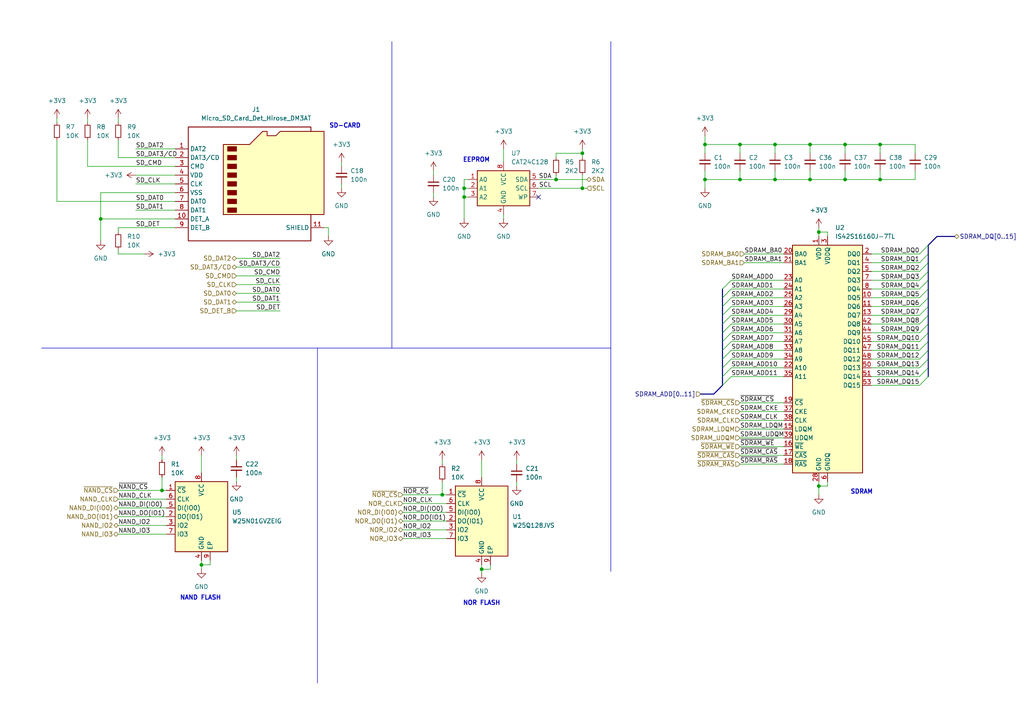
<source format=kicad_sch>
(kicad_sch (version 20231120) (generator "eeschema") (generator_version "8.0")
  (paper "A4")
  (lib_symbols
    (symbol "Connector:Micro_SD_Card_Det_Hirose_DM3AT"
      (property "Reference" "J" (at -16.51 17.78 0))
      (property "Value" "Micro_SD_Card_Det_Hirose_DM3AT" (at 16.51 17.78 0))
      (symbol "Micro_SD_Card_Det_Hirose_DM3AT_0_1"
        (rectangle (start -7.62 -6.985) (end -5.08 -8.255) (stroke (width 0.254)) (fill (type outline)))
        (rectangle (start -7.62 -4.445) (end -5.08 -5.715) (stroke (width 0.254)) (fill (type outline)))
        (rectangle (start -7.62 -1.905) (end -5.08 -3.175) (stroke (width 0.254)) (fill (type outline)))
        (rectangle (start -7.62 0.635) (end -5.08 -0.635) (stroke (width 0.254)) (fill (type outline)))
        (rectangle (start -7.62 3.175) (end -5.08 1.905) (stroke (width 0.254)) (fill (type outline)))
        (rectangle (start -7.62 5.715) (end -5.08 4.445) (stroke (width 0.254)) (fill (type outline)))
        (rectangle (start -7.62 8.255) (end -5.08 6.985) (stroke (width 0.254)) (fill (type outline)))
        (rectangle (start -7.62 10.795) (end -5.08 9.525) (stroke (width 0.254)) (fill (type outline)))
        (polyline (pts (xy 16.51 15.24) (xy 16.51 16.51) (xy -19.05 16.51) (xy -19.05 -16.51) (xy 16.51 -16.51) (xy 16.51 -8.89)) (stroke (width 0.254)))
        (polyline (pts (xy -8.89 -8.89) (xy -8.89 11.43) (xy -1.27 11.43) (xy 2.54 15.24) (xy 3.81 15.24) (xy 3.81 13.97) (xy 6.35 13.97) (xy 7.62 15.24) (xy 20.32 15.24) (xy 20.32 -8.89) (xy -8.89 -8.89)) (stroke (width 0.254)) (fill (type background)))
      )
      (symbol "Micro_SD_Card_Det_Hirose_DM3AT_1_1"
        (pin bidirectional line (at -22.86 10.16 0) (length 3.81) (name "DAT2") (number "1"))
        (pin passive line (at -22.86 -10.16 0) (length 3.81) (name "DET_A") (number "10"))
        (pin passive line (at 20.32 -12.7 180) (length 3.81) (name "SHIELD") (number "11"))
        (pin bidirectional line (at -22.86 7.62 0) (length 3.81) (name "DAT3/CD") (number "2"))
        (pin input line (at -22.86 5.08 0) (length 3.81) (name "CMD") (number "3"))
        (pin power_in line (at -22.86 2.54 0) (length 3.81) (name "VDD") (number "4"))
        (pin input line (at -22.86 0 0) (length 3.81) (name "CLK") (number "5"))
        (pin power_in line (at -22.86 -2.54 0) (length 3.81) (name "VSS") (number "6"))
        (pin bidirectional line (at -22.86 -5.08 0) (length 3.81) (name "DAT0") (number "7"))
        (pin bidirectional line (at -22.86 -7.62 0) (length 3.81) (name "DAT1") (number "8"))
        (pin passive line (at -22.86 -12.7 0) (length 3.81) (name "DET_B") (number "9"))
      )
    )
    (symbol "Device:C_Small" (pin_numbers hide) (pin_names (offset 0.254) hide)
      (property "Reference" "C" (at 0.254 1.778 0))
      (property "Value" "C_Small" (at 0.254 -2.032 0))
      (symbol "C_Small_0_1"
        (polyline (pts (xy -1.524 -0.508) (xy 1.524 -0.508)) (stroke (width 0.3302)))
        (polyline (pts (xy -1.524 0.508) (xy 1.524 0.508)) (stroke (width 0.3048)))
      )
      (symbol "C_Small_1_1"
        (pin passive line (at 0 2.54 270) (length 2.032) (name "~") (number "1"))
        (pin passive line (at 0 -2.54 90) (length 2.032) (name "~") (number "2"))
      )
    )
    (symbol "Device:R_Small" (pin_numbers hide) (pin_names (offset 0.254) hide)
      (property "Reference" "R" (at 0.762 0.508 0))
      (property "Value" "R_Small" (at 0.762 -1.016 0))
      (symbol "R_Small_0_1"
        (rectangle (start -0.762 1.778) (end 0.762 -1.778) (stroke (width 0.2032)))
      )
      (symbol "R_Small_1_1"
        (pin passive line (at 0 2.54 270) (length 0.762) (name "~") (number "1"))
        (pin passive line (at 0 -2.54 90) (length 0.762) (name "~") (number "2"))
      )
    )
    (symbol "GND_1" (power) (pin_numbers hide) (pin_names (offset 0) hide)
      (property "Value" "GND" (at 0 -3.81 0))
      (symbol "GND_1_0_1"
        (polyline (pts (xy 0 0) (xy 0 -1.27) (xy 1.27 -1.27) (xy 0 -2.54) (xy -1.27 -1.27) (xy 0 -1.27)))
      )
      (symbol "GND_1_1_1"
        (pin power_in line (at 0 0 270) (length 0) (name "~") (number "1"))
      )
    )
    (symbol "GND_2" (power) (pin_numbers hide) (pin_names (offset 0) hide)
      (property "Value" "GND" (at 0 -3.81 0))
      (symbol "GND_2_0_1"
        (polyline (pts (xy 0 0) (xy 0 -1.27) (xy 1.27 -1.27) (xy 0 -2.54) (xy -1.27 -1.27) (xy 0 -1.27)))
      )
      (symbol "GND_2_1_1"
        (pin power_in line (at 0 0 270) (length 0) (name "~") (number "1"))
      )
    )
    (symbol "GND_4" (power) (pin_numbers hide) (pin_names (offset 0) hide)
      (property "Value" "GND" (at 0 -3.81 0))
      (symbol "GND_4_0_1"
        (polyline (pts (xy 0 0) (xy 0 -1.27) (xy 1.27 -1.27) (xy 0 -2.54) (xy -1.27 -1.27) (xy 0 -1.27)))
      )
      (symbol "GND_4_1_1"
        (pin power_in line (at 0 0 270) (length 0) (name "~") (number "1"))
      )
    )
    (symbol "GND_5" (power) (pin_numbers hide) (pin_names (offset 0) hide)
      (property "Value" "GND" (at 0 -3.81 0))
      (symbol "GND_5_0_1"
        (polyline (pts (xy 0 0) (xy 0 -1.27) (xy 1.27 -1.27) (xy 0 -2.54) (xy -1.27 -1.27) (xy 0 -1.27)))
      )
      (symbol "GND_5_1_1"
        (pin power_in line (at 0 0 270) (length 0) (name "~") (number "1"))
      )
    )
    (symbol "Memory_EEPROM:CAT24C128"
      (property "Reference" "U" (at -6.35 6.35 0))
      (property "Value" "CAT24C128" (at 1.27 6.35 0))
      (symbol "CAT24C128_1_1"
        (rectangle (start -7.62 5.08) (end 7.62 -5.08) (stroke (width 0.254)) (fill (type background)))
        (pin input line (at -10.16 2.54 0) (length 2.54) (name "A0") (number "1"))
        (pin input line (at -10.16 0 0) (length 2.54) (name "A1") (number "2"))
        (pin input line (at -10.16 -2.54 0) (length 2.54) (name "A2") (number "3"))
        (pin power_in line (at 0 -7.62 90) (length 2.54) (name "GND") (number "4"))
        (pin bidirectional line (at 10.16 2.54 180) (length 2.54) (name "SDA") (number "5"))
        (pin input line (at 10.16 0 180) (length 2.54) (name "SCL") (number "6"))
        (pin input line (at 10.16 -2.54 180) (length 2.54) (name "WP") (number "7"))
        (pin power_in line (at 0 7.62 270) (length 2.54) (name "VCC") (number "8"))
      )
    )
    (symbol "Memory_Flash:W25Q32JVZP"
      (property "Reference" "U" (at -6.35 11.43 0))
      (property "Value" "W25Q32JVZP" (at 7.62 11.43 0))
      (symbol "W25Q32JVZP_0_1"
        (rectangle (start -7.62 10.16) (end 7.62 -10.16) (stroke (width 0.254)) (fill (type background)))
      )
      (symbol "W25Q32JVZP_1_1"
        (pin input line (at -10.16 7.62 0) (length 2.54) (name "~{CS}") (number "1"))
        (pin bidirectional line (at -10.16 0 0) (length 2.54) (name "DO(IO1)") (number "2"))
        (pin bidirectional line (at -10.16 -2.54 0) (length 2.54) (name "IO2") (number "3"))
        (pin power_in line (at 0 -12.7 90) (length 2.54) (name "GND") (number "4"))
        (pin bidirectional line (at -10.16 2.54 0) (length 2.54) (name "DI(IO0)") (number "5"))
        (pin input line (at -10.16 5.08 0) (length 2.54) (name "CLK") (number "6"))
        (pin bidirectional line (at -10.16 -5.08 0) (length 2.54) (name "IO3") (number "7"))
        (pin power_in line (at 0 12.7 270) (length 2.54) (name "VCC") (number "8"))
        (pin passive line (at 2.54 -12.7 90) (length 2.54) (name "EP") (number "9"))
      )
    )
    (symbol "Memory_RAM:IS42S16400J-xC"
      (property "Reference" "U" (at -8.89 34.29 0))
      (property "Value" "IS42S16400J-xC" (at 8.89 34.29 0))
      (symbol "IS42S16400J-xC_1_1"
        (rectangle (start -10.16 33.02) (end 10.16 -33.02) (stroke (width 0.254)) (fill (type background)))
        (pin power_in line (at -2.54 35.56 270) (length 2.54) (name "VDD") (number "1"))
        (pin bidirectional line (at 12.7 17.78 180) (length 2.54) (name "DQ5") (number "10"))
        (pin bidirectional line (at 12.7 15.24 180) (length 2.54) (name "DQ6") (number "11"))
        (pin passive line (at 0 -35.56 90) (length 2.54) hide (name "GNDQ") (number "12"))
        (pin bidirectional line (at 12.7 12.7 180) (length 2.54) (name "DQ7") (number "13"))
        (pin passive line (at -2.54 35.56 270) (length 2.54) hide (name "VDD") (number "14"))
        (pin input line (at -12.7 -20.32 0) (length 2.54) (name "LDQM") (number "15"))
        (pin input line (at -12.7 -25.4 0) (length 2.54) (name "~{WE}") (number "16"))
        (pin input line (at -12.7 -27.94 0) (length 2.54) (name "~{CAS}") (number "17"))
        (pin input line (at -12.7 -30.48 0) (length 2.54) (name "~{RAS}") (number "18"))
        (pin input line (at -12.7 -12.7 0) (length 2.54) (name "~{CS}") (number "19"))
        (pin bidirectional line (at 12.7 30.48 180) (length 2.54) (name "DQ0") (number "2"))
        (pin input line (at -12.7 30.48 0) (length 2.54) (name "BA0") (number "20"))
        (pin input line (at -12.7 27.94 0) (length 2.54) (name "BA1") (number "21"))
        (pin input line (at -12.7 -2.54 0) (length 2.54) (name "A10") (number "22"))
        (pin input line (at -12.7 22.86 0) (length 2.54) (name "A0") (number "23"))
        (pin input line (at -12.7 20.32 0) (length 2.54) (name "A1") (number "24"))
        (pin input line (at -12.7 17.78 0) (length 2.54) (name "A2") (number "25"))
        (pin input line (at -12.7 15.24 0) (length 2.54) (name "A3") (number "26"))
        (pin passive line (at -2.54 35.56 270) (length 2.54) hide (name "VDD") (number "27"))
        (pin power_in line (at -2.54 -35.56 90) (length 2.54) (name "GND") (number "28"))
        (pin input line (at -12.7 12.7 0) (length 2.54) (name "A4") (number "29"))
        (pin power_in line (at 0 35.56 270) (length 2.54) (name "VDDQ") (number "3"))
        (pin input line (at -12.7 10.16 0) (length 2.54) (name "A5") (number "30"))
        (pin input line (at -12.7 7.62 0) (length 2.54) (name "A6") (number "31"))
        (pin input line (at -12.7 5.08 0) (length 2.54) (name "A7") (number "32"))
        (pin input line (at -12.7 2.54 0) (length 2.54) (name "A8") (number "33"))
        (pin input line (at -12.7 0 0) (length 2.54) (name "A9") (number "34"))
        (pin input line (at -12.7 -5.08 0) (length 2.54) (name "A11") (number "35"))
        (pin no_connect line (at 10.16 -17.78 180) (length 2.54) hide (name "NC") (number "36"))
        (pin input line (at -12.7 -15.24 0) (length 2.54) (name "CKE") (number "37"))
        (pin input line (at -12.7 -17.78 0) (length 2.54) (name "CLK") (number "38"))
        (pin input line (at -12.7 -22.86 0) (length 2.54) (name "UDQM") (number "39"))
        (pin bidirectional line (at 12.7 27.94 180) (length 2.54) (name "DQ1") (number "4"))
        (pin no_connect line (at 10.16 -20.32 180) (length 2.54) hide (name "NC") (number "40"))
        (pin passive line (at -2.54 -35.56 90) (length 2.54) hide (name "GND") (number "41"))
        (pin bidirectional line (at 12.7 10.16 180) (length 2.54) (name "DQ8") (number "42"))
        (pin passive line (at 0 35.56 270) (length 2.54) hide (name "VDDQ") (number "43"))
        (pin bidirectional line (at 12.7 7.62 180) (length 2.54) (name "DQ9") (number "44"))
        (pin bidirectional line (at 12.7 5.08 180) (length 2.54) (name "DQ10") (number "45"))
        (pin passive line (at 0 -35.56 90) (length 2.54) hide (name "GNDQ") (number "46"))
        (pin bidirectional line (at 12.7 2.54 180) (length 2.54) (name "DQ11") (number "47"))
        (pin bidirectional line (at 12.7 0 180) (length 2.54) (name "DQ12") (number "48"))
        (pin passive line (at 0 35.56 270) (length 2.54) hide (name "VDDQ") (number "49"))
        (pin bidirectional line (at 12.7 25.4 180) (length 2.54) (name "DQ2") (number "5"))
        (pin bidirectional line (at 12.7 -2.54 180) (length 2.54) (name "DQ13") (number "50"))
        (pin bidirectional line (at 12.7 -5.08 180) (length 2.54) (name "DQ14") (number "51"))
        (pin passive line (at 0 -35.56 90) (length 2.54) hide (name "GNDQ") (number "52"))
        (pin bidirectional line (at 12.7 -7.62 180) (length 2.54) (name "DQ15") (number "53"))
        (pin passive line (at -2.54 -35.56 90) (length 2.54) hide (name "GND") (number "54"))
        (pin power_in line (at 0 -35.56 90) (length 2.54) (name "GNDQ") (number "6"))
        (pin bidirectional line (at 12.7 22.86 180) (length 2.54) (name "DQ3") (number "7"))
        (pin bidirectional line (at 12.7 20.32 180) (length 2.54) (name "DQ4") (number "8"))
        (pin passive line (at 0 35.56 270) (length 2.54) hide (name "VDDQ") (number "9"))
      )
    )
    (symbol "power:+3V3" (power) (pin_names (offset 0))
      (property "Value" "+3V3" (at 0 3.556 0))
      (symbol "+3V3_0_1"
        (polyline (pts (xy -0.762 1.27) (xy 0 2.54)))
        (polyline (pts (xy 0 0) (xy 0 2.54)))
        (polyline (pts (xy 0 2.54) (xy 0.762 1.27)))
      )
      (symbol "+3V3_1_1"
        (pin power_in line (at 0 0 90) (length 0) hide (name "+3V3") (number "1"))
      )
    )
    (symbol "power:GND" (power) (pin_names (offset 0))
      (property "Value" "GND" (at 0 -3.81 0))
      (symbol "GND_0_1"
        (polyline (pts (xy 0 0) (xy 0 -1.27) (xy 1.27 -1.27) (xy 0 -2.54) (xy -1.27 -1.27) (xy 0 -1.27)))
      )
      (symbol "GND_1_1"
        (pin power_in line (at 0 0 270) (length 0) hide (name "GND") (number "1"))
      )
    )
  )
  (junction (at 58.42 163.83))
  (junction (at 168.91 54.61))
  (junction (at 255.27 52.07))
  (junction (at 234.95 52.07))
  (junction (at 214.63 52.07))
  (junction (at 237.49 67.31))
  (junction (at 245.11 52.07))
  (junction (at 139.7 165.1))
  (junction (at 46.99 142.24))
  (junction (at 214.63 41.91))
  (junction (at 134.62 57.15))
  (junction (at 224.79 52.07))
  (junction (at 134.62 54.61))
  (junction (at 204.47 41.91))
  (junction (at 168.91 44.45))
  (junction (at 255.27 41.91))
  (junction (at 204.47 52.07))
  (junction (at 237.49 140.97))
  (junction (at 161.29 52.07))
  (junction (at 128.27 143.51))
  (junction (at 234.95 41.91))
  (junction (at 245.11 41.91))
  (junction (at 29.21 63.5))
  (junction (at 224.79 41.91))
  (no_connect (at 156.21 57.15))
  (bus_entry (at 209.55 83.82) (size 2.54 -2.54))
  (bus_entry (at 209.55 109.22) (size 2.54 -2.54))
  (bus_entry (at 266.7 101.6) (size 2.54 -2.54))
  (bus_entry (at 209.55 88.9) (size 2.54 -2.54))
  (bus_entry (at 209.55 99.06) (size 2.54 -2.54))
  (bus_entry (at 209.55 93.98) (size 2.54 -2.54))
  (bus_entry (at 266.7 76.2) (size 2.54 -2.54))
  (bus_entry (at 266.7 111.76) (size 2.54 -2.54))
  (bus_entry (at 266.7 78.74) (size 2.54 -2.54))
  (bus_entry (at 266.7 91.44) (size 2.54 -2.54))
  (bus_entry (at 266.7 109.22) (size 2.54 -2.54))
  (bus_entry (at 209.55 104.14) (size 2.54 -2.54))
  (bus_entry (at 209.55 106.68) (size 2.54 -2.54))
  (bus_entry (at 209.55 96.52) (size 2.54 -2.54))
  (bus_entry (at 209.55 91.44) (size 2.54 -2.54))
  (bus_entry (at 266.7 99.06) (size 2.54 -2.54))
  (bus_entry (at 266.7 93.98) (size 2.54 -2.54))
  (bus_entry (at 209.55 111.76) (size 2.54 -2.54))
  (bus_entry (at 209.55 86.36) (size 2.54 -2.54))
  (bus_entry (at 266.7 96.52) (size 2.54 -2.54))
  (bus_entry (at 266.7 104.14) (size 2.54 -2.54))
  (bus_entry (at 209.55 101.6) (size 2.54 -2.54))
  (bus_entry (at 266.7 81.28) (size 2.54 -2.54))
  (bus_entry (at 266.7 86.36) (size 2.54 -2.54))
  (bus_entry (at 266.7 106.68) (size 2.54 -2.54))
  (bus_entry (at 266.7 88.9) (size 2.54 -2.54))
  (bus_entry (at 266.7 73.66) (size 2.54 -2.54))
  (bus_entry (at 266.7 83.82) (size 2.54 -2.54))
  (bus (pts (xy 209.55 91.44) (xy 209.55 88.9)))
  (wire (pts (xy 39.37 50.8) (xy 50.8 50.8)))
  (wire (pts (xy 116.84 153.67) (xy 129.54 153.67)))
  (wire (pts (xy 234.95 41.91) (xy 245.11 41.91)))
  (wire (pts (xy 204.47 49.53) (xy 204.47 52.07)))
  (wire (pts (xy 204.47 41.91) (xy 214.63 41.91)))
  (bus (pts (xy 269.24 109.22) (xy 269.24 106.68)))
  (wire (pts (xy 46.99 138.43) (xy 46.99 142.24)))
  (bus (pts (xy 209.55 99.06) (xy 209.55 96.52)))
  (wire (pts (xy 34.29 147.32) (xy 48.26 147.32)))
  (wire (pts (xy 240.03 67.31) (xy 237.49 67.31)))
  (wire (pts (xy 34.29 45.72) (xy 50.8 45.72)))
  (wire (pts (xy 60.96 162.56) (xy 60.96 163.83)))
  (bus (pts (xy 209.55 111.76) (xy 209.55 109.22)))
  (wire (pts (xy 237.49 67.31) (xy 237.49 68.58)))
  (wire (pts (xy 245.11 52.07) (xy 255.27 52.07)))
  (bus (pts (xy 269.24 86.36) (xy 269.24 83.82)))
  (wire (pts (xy 255.27 41.91) (xy 265.43 41.91)))
  (bus (pts (xy 209.55 88.9) (xy 209.55 86.36)))
  (wire (pts (xy 34.29 142.24) (xy 46.99 142.24)))
  (bus (pts (xy 269.24 76.2) (xy 269.24 73.66)))
  (wire (pts (xy 128.27 143.51) (xy 129.54 143.51)))
  (wire (pts (xy 212.09 83.82) (xy 227.33 83.82)))
  (polyline (pts (xy 12.065 100.965) (xy 177.165 100.965)))
  (wire (pts (xy 156.21 52.07) (xy 161.29 52.07)))
  (wire (pts (xy 58.42 163.83) (xy 58.42 162.56)))
  (bus (pts (xy 209.55 104.14) (xy 209.55 101.6)))
  (wire (pts (xy 234.95 49.53) (xy 234.95 52.07)))
  (wire (pts (xy 39.37 43.18) (xy 50.8 43.18)))
  (wire (pts (xy 168.91 54.61) (xy 170.18 54.61)))
  (wire (pts (xy 212.09 104.14) (xy 227.33 104.14)))
  (wire (pts (xy 34.29 73.66) (xy 34.29 72.39)))
  (wire (pts (xy 58.42 132.08) (xy 58.42 137.16)))
  (wire (pts (xy 81.28 74.93) (xy 68.58 74.93)))
  (polyline (pts (xy 113.665 12.065) (xy 113.665 100.965)))
  (wire (pts (xy 146.05 63.5) (xy 146.05 62.23)))
  (wire (pts (xy 234.95 52.07) (xy 245.11 52.07)))
  (polyline (pts (xy 92.075 100.965) (xy 92.075 198.12)))
  (wire (pts (xy 214.63 116.84) (xy 227.33 116.84)))
  (wire (pts (xy 214.63 119.38) (xy 227.33 119.38)))
  (wire (pts (xy 255.27 49.53) (xy 255.27 52.07)))
  (wire (pts (xy 29.21 55.88) (xy 50.8 55.88)))
  (wire (pts (xy 240.03 68.58) (xy 240.03 67.31)))
  (bus (pts (xy 269.24 71.12) (xy 271.78 68.58)))
  (wire (pts (xy 25.4 40.64) (xy 25.4 48.26)))
  (wire (pts (xy 60.96 163.83) (xy 58.42 163.83)))
  (wire (pts (xy 252.73 78.74) (xy 266.7 78.74)))
  (wire (pts (xy 125.73 55.88) (xy 125.73 57.15)))
  (wire (pts (xy 161.29 45.72) (xy 161.29 44.45)))
  (wire (pts (xy 245.11 49.53) (xy 245.11 52.07)))
  (wire (pts (xy 58.42 165.1) (xy 58.42 163.83)))
  (wire (pts (xy 68.58 138.43) (xy 68.58 139.7)))
  (wire (pts (xy 215.9 73.66) (xy 227.33 73.66)))
  (wire (pts (xy 255.27 41.91) (xy 255.27 44.45)))
  (wire (pts (xy 245.11 41.91) (xy 245.11 44.45)))
  (wire (pts (xy 116.84 156.21) (xy 129.54 156.21)))
  (wire (pts (xy 81.28 82.55) (xy 68.58 82.55)))
  (bus (pts (xy 271.78 68.58) (xy 276.86 68.58)))
  (wire (pts (xy 16.51 58.42) (xy 50.8 58.42)))
  (wire (pts (xy 161.29 52.07) (xy 161.29 50.8)))
  (bus (pts (xy 209.55 106.68) (xy 209.55 104.14)))
  (wire (pts (xy 212.09 99.06) (xy 227.33 99.06)))
  (wire (pts (xy 212.09 91.44) (xy 227.33 91.44)))
  (wire (pts (xy 204.47 39.37) (xy 204.47 41.91)))
  (wire (pts (xy 134.62 57.15) (xy 134.62 54.61)))
  (wire (pts (xy 146.05 43.18) (xy 146.05 46.99)))
  (wire (pts (xy 134.62 54.61) (xy 134.62 52.07)))
  (wire (pts (xy 224.79 49.53) (xy 224.79 52.07)))
  (wire (pts (xy 214.63 41.91) (xy 224.79 41.91)))
  (wire (pts (xy 214.63 129.54) (xy 227.33 129.54)))
  (wire (pts (xy 125.73 49.53) (xy 125.73 50.8)))
  (wire (pts (xy 116.84 148.59) (xy 129.54 148.59)))
  (wire (pts (xy 134.62 52.07) (xy 135.89 52.07)))
  (wire (pts (xy 116.84 146.05) (xy 129.54 146.05)))
  (bus (pts (xy 269.24 93.98) (xy 269.24 91.44)))
  (wire (pts (xy 29.21 55.88) (xy 29.21 63.5)))
  (wire (pts (xy 212.09 86.36) (xy 227.33 86.36)))
  (wire (pts (xy 204.47 52.07) (xy 204.47 54.61)))
  (wire (pts (xy 252.73 93.98) (xy 266.7 93.98)))
  (wire (pts (xy 29.21 63.5) (xy 50.8 63.5)))
  (wire (pts (xy 93.98 66.04) (xy 95.25 66.04)))
  (wire (pts (xy 81.28 80.01) (xy 68.58 80.01)))
  (bus (pts (xy 209.55 101.6) (xy 209.55 99.06)))
  (wire (pts (xy 214.63 41.91) (xy 214.63 44.45)))
  (wire (pts (xy 252.73 88.9) (xy 266.7 88.9)))
  (wire (pts (xy 34.29 149.86) (xy 48.26 149.86)))
  (wire (pts (xy 34.29 40.64) (xy 34.29 45.72)))
  (wire (pts (xy 252.73 104.14) (xy 266.7 104.14)))
  (wire (pts (xy 68.58 132.08) (xy 68.58 133.35)))
  (wire (pts (xy 265.43 49.53) (xy 265.43 52.07)))
  (wire (pts (xy 204.47 41.91) (xy 204.47 44.45)))
  (wire (pts (xy 128.27 133.35) (xy 128.27 134.62)))
  (bus (pts (xy 209.55 109.22) (xy 209.55 106.68)))
  (wire (pts (xy 25.4 34.29) (xy 25.4 35.56)))
  (wire (pts (xy 139.7 165.1) (xy 139.7 163.83)))
  (wire (pts (xy 224.79 52.07) (xy 234.95 52.07)))
  (wire (pts (xy 116.84 143.51) (xy 128.27 143.51)))
  (wire (pts (xy 212.09 106.68) (xy 227.33 106.68)))
  (wire (pts (xy 252.73 99.06) (xy 266.7 99.06)))
  (wire (pts (xy 134.62 57.15) (xy 135.89 57.15)))
  (wire (pts (xy 237.49 140.97) (xy 237.49 139.7)))
  (wire (pts (xy 204.47 52.07) (xy 214.63 52.07)))
  (wire (pts (xy 161.29 52.07) (xy 170.18 52.07)))
  (bus (pts (xy 269.24 73.66) (xy 269.24 71.12)))
  (wire (pts (xy 237.49 143.51) (xy 237.49 140.97)))
  (wire (pts (xy 265.43 41.91) (xy 265.43 44.45)))
  (wire (pts (xy 240.03 139.7) (xy 240.03 140.97)))
  (wire (pts (xy 46.99 142.24) (xy 48.26 142.24)))
  (wire (pts (xy 34.29 66.04) (xy 50.8 66.04)))
  (wire (pts (xy 214.63 132.08) (xy 227.33 132.08)))
  (bus (pts (xy 269.24 78.74) (xy 269.24 76.2)))
  (wire (pts (xy 81.28 85.09) (xy 68.58 85.09)))
  (bus (pts (xy 269.24 106.68) (xy 269.24 104.14)))
  (wire (pts (xy 252.73 111.76) (xy 266.7 111.76)))
  (wire (pts (xy 252.73 96.52) (xy 266.7 96.52)))
  (wire (pts (xy 168.91 43.18) (xy 168.91 44.45)))
  (bus (pts (xy 269.24 96.52) (xy 269.24 93.98)))
  (wire (pts (xy 224.79 41.91) (xy 234.95 41.91)))
  (wire (pts (xy 34.29 152.4) (xy 48.26 152.4)))
  (wire (pts (xy 161.29 44.45) (xy 168.91 44.45)))
  (wire (pts (xy 81.28 90.17) (xy 68.58 90.17)))
  (wire (pts (xy 234.95 41.91) (xy 234.95 44.45)))
  (wire (pts (xy 81.28 87.63) (xy 68.58 87.63)))
  (wire (pts (xy 128.27 139.7) (xy 128.27 143.51)))
  (wire (pts (xy 99.06 46.99) (xy 99.06 48.26)))
  (bus (pts (xy 209.55 86.36) (xy 209.55 83.82)))
  (bus (pts (xy 269.24 88.9) (xy 269.24 86.36)))
  (wire (pts (xy 16.51 40.64) (xy 16.51 58.42)))
  (wire (pts (xy 214.63 52.07) (xy 224.79 52.07)))
  (wire (pts (xy 149.86 133.35) (xy 149.86 134.62)))
  (wire (pts (xy 34.29 34.29) (xy 34.29 35.56)))
  (wire (pts (xy 134.62 54.61) (xy 135.89 54.61)))
  (wire (pts (xy 134.62 63.5) (xy 134.62 57.15)))
  (wire (pts (xy 252.73 73.66) (xy 266.7 73.66)))
  (wire (pts (xy 34.29 67.31) (xy 34.29 66.04)))
  (wire (pts (xy 39.37 53.34) (xy 50.8 53.34)))
  (bus (pts (xy 269.24 101.6) (xy 269.24 99.06)))
  (wire (pts (xy 214.63 49.53) (xy 214.63 52.07)))
  (bus (pts (xy 209.55 93.98) (xy 209.55 91.44)))
  (bus (pts (xy 269.24 91.44) (xy 269.24 88.9)))
  (wire (pts (xy 212.09 101.6) (xy 227.33 101.6)))
  (wire (pts (xy 212.09 109.22) (xy 227.33 109.22)))
  (wire (pts (xy 46.99 132.08) (xy 46.99 133.35)))
  (wire (pts (xy 212.09 96.52) (xy 227.33 96.52)))
  (wire (pts (xy 142.24 165.1) (xy 139.7 165.1)))
  (wire (pts (xy 252.73 91.44) (xy 266.7 91.44)))
  (wire (pts (xy 81.28 77.47) (xy 68.58 77.47)))
  (wire (pts (xy 255.27 52.07) (xy 265.43 52.07)))
  (wire (pts (xy 212.09 93.98) (xy 227.33 93.98)))
  (wire (pts (xy 215.9 76.2) (xy 227.33 76.2)))
  (wire (pts (xy 252.73 86.36) (xy 266.7 86.36)))
  (polyline (pts (xy 177.165 12.065) (xy 177.165 165.735)))
  (wire (pts (xy 252.73 109.22) (xy 266.7 109.22)))
  (bus (pts (xy 209.55 96.52) (xy 209.55 93.98)))
  (wire (pts (xy 212.09 88.9) (xy 227.33 88.9)))
  (wire (pts (xy 25.4 48.26) (xy 50.8 48.26)))
  (bus (pts (xy 269.24 104.14) (xy 269.24 101.6)))
  (wire (pts (xy 142.24 163.83) (xy 142.24 165.1)))
  (wire (pts (xy 212.09 81.28) (xy 227.33 81.28)))
  (wire (pts (xy 41.91 73.66) (xy 34.29 73.66)))
  (wire (pts (xy 139.7 166.37) (xy 139.7 165.1)))
  (wire (pts (xy 34.29 154.94) (xy 48.26 154.94)))
  (wire (pts (xy 39.37 60.96) (xy 50.8 60.96)))
  (wire (pts (xy 252.73 76.2) (xy 266.7 76.2)))
  (wire (pts (xy 139.7 133.35) (xy 139.7 138.43)))
  (wire (pts (xy 214.63 121.92) (xy 227.33 121.92)))
  (wire (pts (xy 237.49 66.04) (xy 237.49 67.31)))
  (bus (pts (xy 269.24 83.82) (xy 269.24 81.28)))
  (wire (pts (xy 16.51 34.29) (xy 16.51 35.56)))
  (wire (pts (xy 149.86 139.7) (xy 149.86 140.97)))
  (wire (pts (xy 252.73 83.82) (xy 266.7 83.82)))
  (wire (pts (xy 168.91 54.61) (xy 168.91 50.8)))
  (bus (pts (xy 203.2 114.3) (xy 207.01 114.3)))
  (wire (pts (xy 224.79 41.91) (xy 224.79 44.45)))
  (wire (pts (xy 116.84 151.13) (xy 129.54 151.13)))
  (wire (pts (xy 214.63 127) (xy 227.33 127)))
  (wire (pts (xy 156.21 54.61) (xy 168.91 54.61)))
  (wire (pts (xy 240.03 140.97) (xy 237.49 140.97)))
  (wire (pts (xy 168.91 44.45) (xy 168.91 45.72)))
  (wire (pts (xy 95.25 66.04) (xy 95.25 68.58)))
  (wire (pts (xy 214.63 134.62) (xy 227.33 134.62)))
  (wire (pts (xy 34.29 144.78) (xy 48.26 144.78)))
  (wire (pts (xy 214.63 124.46) (xy 227.33 124.46)))
  (wire (pts (xy 29.21 69.85) (xy 29.21 63.5)))
  (bus (pts (xy 269.24 81.28) (xy 269.24 78.74)))
  (wire (pts (xy 245.11 41.91) (xy 255.27 41.91)))
  (wire (pts (xy 99.06 53.34) (xy 99.06 54.61)))
  (wire (pts (xy 252.73 101.6) (xy 266.7 101.6)))
  (wire (pts (xy 252.73 106.68) (xy 266.7 106.68)))
  (bus (pts (xy 269.24 99.06) (xy 269.24 96.52)))
  (bus (pts (xy 209.55 111.76) (xy 207.01 114.3)))
  (wire (pts (xy 252.73 81.28) (xy 266.7 81.28)))
  (text "NOR FLASH" (at 139.7 175.006 0) (effects (font (size 1.27 1.27) (thickness 0.254) (bold yes))))
  (text "SD-CARD" (at 100.076 36.576 0) (effects (font (size 1.27 1.27) (thickness 0.254) (bold yes))))
  (text "SDRAM" (at 249.936 142.748 0) (effects (font (size 1.27 1.27) (thickness 0.254) (bold yes))))
  (text "EEPROM" (at 138.176 46.482 0) (effects (font (size 1.27 1.27) (thickness 0.254) (bold yes))))
  (text "NAND FLASH" (at 58.166 173.482 0) (effects (font (size 1.27 1.27) (thickness 0.254) (bold yes))))
  (label "SDRAM_DQ7" (at 266.7 91.44 180))
  (label "NAND_CLK" (at 34.29 144.78 0))
  (label "NAND_IO2" (at 34.29 152.4 0))
  (label "SDRAM_UDQM" (at 214.63 127 0))
  (label "SDRAM_DQ0" (at 266.7 73.66 180))
  (label "NOR_CLK" (at 116.84 146.05 0))
  (label "SDRAM_ADD1" (at 212.09 83.82 0))
  (label "SD_DAT0" (at 81.28 85.09 180))
  (label "SDRAM_DQ12" (at 266.7 104.14 180))
  (label "NAND_DI(IO0)" (at 34.29 147.32 0))
  (label "SD_CLK" (at 39.37 53.34 0))
  (label "SDRAM_DQ3" (at 266.7 81.28 180))
  (label "SDRAM_ADD5" (at 212.09 93.98 0))
  (label "SDA" (at 160.02 52.07 180))
  (label "SDRAM_ADD2" (at 212.09 86.36 0))
  (label "NAND_DO(IO1)" (at 34.29 149.86 0))
  (label "SDRAM_DQ4" (at 266.7 83.82 180))
  (label "SDRAM_ADD8" (at 212.09 101.6 0))
  (label "SD_CMD" (at 39.37 48.26 0))
  (label "SCL" (at 160.02 54.61 180))
  (label "SD_CLK" (at 81.28 82.55 180))
  (label "SDRAM_ADD7" (at 212.09 99.06 0))
  (label "SDRAM_DQ13" (at 266.7 106.68 180))
  (label "SDRAM_DQ14" (at 266.7 109.22 180))
  (label "~{NAND_CS}" (at 34.29 142.24 0))
  (label "SDRAM_ADD6" (at 212.09 96.52 0))
  (label "NOR_DI(IO0)" (at 116.84 148.59 0))
  (label "SDRAM_CKE" (at 214.63 119.38 0))
  (label "NAND_IO3" (at 34.29 154.94 0))
  (label "SDRAM_DQ5" (at 266.7 86.36 180))
  (label "SDRAM_DQ9" (at 266.7 96.52 180))
  (label "NOR_DO(IO1)" (at 116.84 151.13 0))
  (label "SD_DET" (at 81.28 90.17 180))
  (label "~{NOR_CS}" (at 116.84 143.51 0))
  (label "SDRAM_ADD3" (at 212.09 88.9 0))
  (label "SD_CMD" (at 81.28 80.01 180))
  (label "SDRAM_DQ8" (at 266.7 93.98 180))
  (label "SD_DAT0" (at 39.37 58.42 0))
  (label "SDRAM_ADD0" (at 212.09 81.28 0))
  (label "SD_DAT1" (at 81.28 87.63 180))
  (label "SD_DAT2" (at 81.28 74.93 180))
  (label "SDRAM_BA0" (at 215.9 73.66 0))
  (label "NOR_IO3" (at 116.84 156.21 0))
  (label "SDRAM_DQ10" (at 266.7 99.06 180))
  (label "~{SDRAM_CS}" (at 214.63 116.84 0))
  (label "SDRAM_DQ11" (at 266.7 101.6 180))
  (label "SDRAM_DQ6" (at 266.7 88.9 180))
  (label "SDRAM_DQ1" (at 266.7 76.2 180))
  (label "SDRAM_LDQM" (at 214.63 124.46 0))
  (label "SDRAM_CLK" (at 214.63 121.92 0))
  (label "SD_DAT1" (at 39.37 60.96 0))
  (label "SD_DET" (at 39.37 66.04 0))
  (label "~{SDRAM_RAS}" (at 214.63 134.62 0))
  (label "SDRAM_ADD9" (at 212.09 104.14 0))
  (label "SD_DAT3{slash}CD" (at 39.37 45.72 0))
  (label "~{SDRAM_WE}" (at 214.63 129.54 0))
  (label "~{SDRAM_CAS}" (at 214.63 132.08 0))
  (label "SD_DAT2" (at 39.37 43.18 0))
  (label "SDRAM_ADD4" (at 212.09 91.44 0))
  (label "SDRAM_ADD11" (at 212.09 109.22 0))
  (label "SDRAM_BA1" (at 215.9 76.2 0))
  (label "SDRAM_DQ15" (at 266.7 111.76 180))
  (label "SDRAM_DQ2" (at 266.7 78.74 180))
  (label "SD_DAT3{slash}CD" (at 81.28 77.47 180))
  (label "SDRAM_ADD10" (at 212.09 106.68 0))
  (label "NOR_IO2" (at 116.84 153.67 0))
  (hierarchical_label "NAND_DI(IO0)" (shape bidirectional) (at 34.29 147.32 180))
  (hierarchical_label "SDRAM_DQ[0..15]" (shape bidirectional) (at 276.86 68.58 0))
  (hierarchical_label "SDRAM_CLK" (shape input) (at 214.63 121.92 180))
  (hierarchical_label "NOR_IO2" (shape bidirectional) (at 116.84 153.67 180))
  (hierarchical_label "~{SDRAM_RAS}" (shape input) (at 214.63 134.62 180))
  (hierarchical_label "SDRAM_CKE" (shape input) (at 214.63 119.38 180))
  (hierarchical_label "NAND_IO2" (shape bidirectional) (at 34.29 152.4 180))
  (hierarchical_label "SD_CLK" (shape input) (at 68.58 82.55 180))
  (hierarchical_label "SDRAM_BA0" (shape input) (at 215.9 73.66 180))
  (hierarchical_label "~{SDRAM_WE}" (shape input) (at 214.63 129.54 180))
  (hierarchical_label "SDA" (shape bidirectional) (at 170.18 52.07 0))
  (hierarchical_label "SD_DET_B" (shape input) (at 68.58 90.17 180))
  (hierarchical_label "~{SDRAM_CS}" (shape input) (at 214.63 116.84 180))
  (hierarchical_label "SD_DAT2" (shape bidirectional) (at 68.58 74.93 180))
  (hierarchical_label "NOR_DI(IO0)" (shape bidirectional) (at 116.84 148.59 180))
  (hierarchical_label "SD_CMD" (shape input) (at 68.58 80.01 180))
  (hierarchical_label "NAND_DO(IO1)" (shape bidirectional) (at 34.29 149.86 180))
  (hierarchical_label "NAND_CLK" (shape input) (at 34.29 144.78 180))
  (hierarchical_label "NOR_IO3" (shape bidirectional) (at 116.84 156.21 180))
  (hierarchical_label "NAND_IO3" (shape bidirectional) (at 34.29 154.94 180))
  (hierarchical_label "SDRAM_BA1" (shape input) (at 215.9 76.2 180))
  (hierarchical_label "SD_DAT0" (shape bidirectional) (at 68.58 85.09 180))
  (hierarchical_label "NOR_CLK" (shape input) (at 116.84 146.05 180))
  (hierarchical_label "~{SDRAM_CAS}" (shape input) (at 214.63 132.08 180))
  (hierarchical_label "~{NAND_CS}" (shape input) (at 34.29 142.24 180))
  (hierarchical_label "SD_DAT1" (shape bidirectional) (at 68.58 87.63 180))
  (hierarchical_label "SCL" (shape input) (at 170.18 54.61 0))
  (hierarchical_label "SDRAM_LDQM" (shape input) (at 214.63 124.46 180))
  (hierarchical_label "NOR_DO(IO1)" (shape bidirectional) (at 116.84 151.13 180))
  (hierarchical_label "~{NOR_CS}" (shape input) (at 116.84 143.51 180))
  (hierarchical_label "SDRAM_ADD[0..11]" (shape input) (at 203.2 114.3 180))
  (hierarchical_label "SD_DAT3{slash}CD" (shape bidirectional) (at 68.58 77.47 180))
  (hierarchical_label "SDRAM_UDQM" (shape input) (at 214.63 127 180))
  (symbol (lib_id "power:+3V3") (at 46.99 132.08 0) (unit 1)
    (property "Reference" "#PWR06" (effects (hide yes)))
    (property "Value" "+3V3" (at 46.99 127 0))
    (property "Description" "Power symbol creates a global label with name \"+3V3\"" (effects (hide yes)))
  )
  (symbol (lib_id "Device:C_Small") (at 224.79 46.99 0) (unit 1)
    (property "Reference" "C3" (at 227.33 45.7263 0) (effects (justify left)))
    (property "Value" "100n" (at 227.33 48.2663 0) (effects (justify left)))
    (property "Footprint" "Capacitor_SMD:C_0402_1005Metric" (effects (hide yes)))
  )
  (symbol (lib_id "Device:C_Small") (at 265.43 46.99 0) (unit 1)
    (property "Reference" "C29" (at 267.97 45.7263 0) (effects (justify left)))
    (property "Value" "100n" (at 267.97 48.2663 0) (effects (justify left)))
    (property "Footprint" "Capacitor_SMD:C_0402_1005Metric" (effects (hide yes)))
  )
  (symbol (lib_name "GND_1") (lib_id "power:GND") (at 237.49 143.51 0) (unit 1)
    (property "Reference" "#PWR05" (effects (hide yes)))
    (property "Value" "GND" (at 237.49 148.59 0))
    (property "Description" "Power symbol creates a global label with name \"GND\" , ground" (effects (hide yes)))
  )
  (symbol (lib_id "power:+3V3") (at 39.37 50.8 90) (unit 1)
    (property "Reference" "#PWR049" (effects (hide yes)))
    (property "Value" "+3V3" (at 35.56 50.7999 90) (effects (justify left)))
    (property "Description" "Power symbol creates a global label with name \"+3V3\"" (effects (hide yes)))
  )
  (symbol (lib_id "Memory_EEPROM:CAT24C128") (at 146.05 54.61 0) (unit 1)
    (property "Reference" "U7" (at 148.2441 44.45 0) (effects (justify left)))
    (property "Value" "CAT24C128" (at 148.2441 46.99 0) (effects (justify left)))
    (property "Footprint" "Package_SO:SOIC-8_3.9x4.9mm_P1.27mm" (effects (hide yes)))
    (property "Datasheet" "https://www.onsemi.com/pub/Collateral/CAT24C128-D.PDF" (effects (hide yes)))
    (property "Description" "128 kb CMOS Serial EEPROM, SOIC-8/TSSOP-8/DFN-8" (effects (hide yes)))
  )
  (symbol (lib_id "Device:R_Small") (at 161.29 48.26 0) (unit 1)
    (property "Reference" "R5" (at 163.83 46.9899 0) (effects (justify left)))
    (property "Value" "2K2" (at 163.83 49.5299 0) (effects (justify left)))
    (property "Footprint" "Resistor_SMD:R_0402_1005Metric" (effects (hide yes)))
    (property "Description" "Resistor, small symbol" (effects (hide yes)))
  )
  (symbol (lib_id "power:+3V3") (at 237.49 66.04 0) (unit 1)
    (property "Reference" "#PWR04" (effects (hide yes)))
    (property "Value" "+3V3" (at 237.49 60.96 0))
    (property "Description" "Power symbol creates a global label with name \"+3V3\"" (effects (hide yes)))
  )
  (symbol (lib_id "power:GND") (at 149.86 140.97 0) (unit 1)
    (property "Reference" "#PWR017" (effects (hide yes)))
    (property "Value" "GND" (at 149.86 146.05 0))
  )
  (symbol (lib_name "GND_5") (lib_id "power:GND") (at 95.25 68.58 0) (unit 1)
    (property "Reference" "#PWR051" (effects (hide yes)))
    (property "Value" "GND" (at 95.25 73.66 0))
    (property "Description" "Power symbol creates a global label with name \"GND\" , ground" (effects (hide yes)))
  )
  (symbol (lib_id "Device:C_Small") (at 99.06 50.8 0) (unit 1)
    (property "Reference" "C18" (at 101.6 49.5363 0) (effects (justify left)))
    (property "Value" "100n" (at 101.6 52.0763 0) (effects (justify left)))
    (property "Footprint" "Capacitor_SMD:C_0402_1005Metric" (effects (hide yes)))
  )
  (symbol (lib_id "power:+3V3") (at 146.05 43.18 0) (unit 1)
    (property "Reference" "#PWR042" (effects (hide yes)))
    (property "Value" "+3V3" (at 146.05 38.1 0))
    (property "Description" "Power symbol creates a global label with name \"+3V3\"" (effects (hide yes)))
  )
  (symbol (lib_name "GND_1") (lib_id "power:GND") (at 139.7 166.37 0) (unit 1)
    (property "Reference" "#PWR038" (effects (hide yes)))
    (property "Value" "GND" (at 139.7 171.45 0))
    (property "Description" "Power symbol creates a global label with name \"GND\" , ground" (effects (hide yes)))
  )
  (symbol (lib_id "Device:C_Small") (at 245.11 46.99 0) (unit 1)
    (property "Reference" "C37" (at 247.65 45.7263 0) (effects (justify left)))
    (property "Value" "100n" (at 247.65 48.2663 0) (effects (justify left)))
    (property "Footprint" "Capacitor_SMD:C_0402_1005Metric" (effects (hide yes)))
  )
  (symbol (lib_id "power:+3V3") (at 25.4 34.29 0) (unit 1)
    (property "Reference" "#PWR046" (effects (hide yes)))
    (property "Value" "+3V3" (at 25.4 29.21 0))
    (property "Description" "Power symbol creates a global label with name \"+3V3\"" (effects (hide yes)))
  )
  (symbol (lib_name "GND_2") (lib_id "power:GND") (at 134.62 63.5 0) (unit 1)
    (property "Reference" "#PWR011" (effects (hide yes)))
    (property "Value" "GND" (at 134.62 68.58 0))
    (property "Description" "Power symbol creates a global label with name \"GND\" , ground" (effects (hide yes)))
  )
  (symbol (lib_id "power:+3V3") (at 34.29 34.29 0) (unit 1)
    (property "Reference" "#PWR048" (effects (hide yes)))
    (property "Value" "+3V3" (at 34.29 29.21 0))
    (property "Description" "Power symbol creates a global label with name \"+3V3\"" (effects (hide yes)))
  )
  (symbol (lib_id "power:GND") (at 125.73 57.15 0) (unit 1)
    (property "Reference" "#PWR015" (effects (hide yes)))
    (property "Value" "GND" (at 125.73 62.23 0))
  )
  (symbol (lib_id "Device:R_Small") (at 34.29 69.85 0) (unit 1)
    (property "Reference" "R10" (at 36.83 68.5799 0) (effects (justify left)))
    (property "Value" "10K" (at 36.83 71.1199 0) (effects (justify left)))
    (property "Footprint" "Resistor_SMD:R_0402_1005Metric" (effects (hide yes)))
    (property "Description" "Resistor, small symbol" (effects (hide yes)))
  )
  (symbol (lib_id "power:GND") (at 99.06 54.61 0) (unit 1)
    (property "Reference" "#PWR013" (effects (hide yes)))
    (property "Value" "GND" (at 99.06 59.69 0))
  )
  (symbol (lib_id "Device:R_Small") (at 34.29 38.1 0) (unit 1)
    (property "Reference" "R9" (at 36.83 36.8299 0) (effects (justify left)))
    (property "Value" "10K" (at 36.83 39.3699 0) (effects (justify left)))
    (property "Footprint" "Resistor_SMD:R_0402_1005Metric" (effects (hide yes)))
    (property "Description" "Resistor, small symbol" (effects (hide yes)))
  )
  (symbol (lib_name "GND_5") (lib_id "power:GND") (at 29.21 69.85 0) (unit 1)
    (property "Reference" "#PWR047" (effects (hide yes)))
    (property "Value" "GND" (at 29.21 74.93 0))
    (property "Description" "Power symbol creates a global label with name \"GND\" , ground" (effects (hide yes)))
  )
  (symbol (lib_id "Device:C_Small") (at 149.86 137.16 0) (unit 1)
    (property "Reference" "C21" (at 152.4 135.8963 0) (effects (justify left)))
    (property "Value" "100n" (at 152.4 138.4363 0) (effects (justify left)))
    (property "Footprint" "Capacitor_SMD:C_0402_1005Metric" (effects (hide yes)))
  )
  (symbol (lib_name "GND_4") (lib_id "power:GND") (at 58.42 165.1 0) (unit 1)
    (property "Reference" "#PWR08" (effects (hide yes)))
    (property "Value" "GND" (at 58.42 170.18 0))
    (property "Description" "Power symbol creates a global label with name \"GND\" , ground" (effects (hide yes)))
  )
  (symbol (lib_id "Device:C_Small") (at 255.27 46.99 0) (unit 1)
    (property "Reference" "C38" (at 257.81 45.7263 0) (effects (justify left)))
    (property "Value" "100n" (at 257.81 48.2663 0) (effects (justify left)))
    (property "Footprint" "Capacitor_SMD:C_0402_1005Metric" (effects (hide yes)))
  )
  (symbol (lib_id "Device:C_Small") (at 125.73 53.34 0) (unit 1)
    (property "Reference" "C20" (at 128.27 52.0763 0) (effects (justify left)))
    (property "Value" "100n" (at 128.27 54.6163 0) (effects (justify left)))
    (property "Footprint" "Capacitor_SMD:C_0402_1005Metric" (effects (hide yes)))
  )
  (symbol (lib_id "Device:R_Small") (at 25.4 38.1 0) (unit 1)
    (property "Reference" "R8" (at 27.94 36.8299 0) (effects (justify left)))
    (property "Value" "10K" (at 27.94 39.3699 0) (effects (justify left)))
    (property "Footprint" "Resistor_SMD:R_0402_1005Metric" (effects (hide yes)))
    (property "Description" "Resistor, small symbol" (effects (hide yes)))
  )
  (symbol (lib_id "power:+3V3") (at 99.06 46.99 0) (unit 1)
    (property "Reference" "#PWR012" (effects (hide yes)))
    (property "Value" "+3V3" (at 99.06 41.91 0))
    (property "Description" "Power symbol creates a global label with name \"+3V3\"" (effects (hide yes)))
  )
  (symbol (lib_id "Device:C_Small") (at 214.63 46.99 0) (unit 1)
    (property "Reference" "C2" (at 217.17 45.7263 0) (effects (justify left)))
    (property "Value" "100n" (at 217.17 48.2663 0) (effects (justify left)))
    (property "Footprint" "Capacitor_SMD:C_0402_1005Metric" (effects (hide yes)))
  )
  (symbol (lib_id "power:+3V3") (at 16.51 34.29 0) (unit 1)
    (property "Reference" "#PWR045" (effects (hide yes)))
    (property "Value" "+3V3" (at 16.51 29.21 0))
    (property "Description" "Power symbol creates a global label with name \"+3V3\"" (effects (hide yes)))
  )
  (symbol (lib_id "power:+3V3") (at 41.91 73.66 270) (unit 1)
    (property "Reference" "#PWR050" (effects (hide yes)))
    (property "Value" "+3V3" (at 45.72 73.6599 90) (effects (justify left)))
    (property "Description" "Power symbol creates a global label with name \"+3V3\"" (effects (hide yes)))
  )
  (symbol (lib_id "power:+3V3") (at 149.86 133.35 0) (unit 1)
    (property "Reference" "#PWR016" (effects (hide yes)))
    (property "Value" "+3V3" (at 149.86 128.27 0))
    (property "Description" "Power symbol creates a global label with name \"+3V3\"" (effects (hide yes)))
  )
  (symbol (lib_id "Connector:Micro_SD_Card_Det_Hirose_DM3AT") (at 73.66 53.34 0) (unit 1)
    (property "Reference" "J1" (at 74.295 31.75 0))
    (property "Value" "Micro_SD_Card_Det_Hirose_DM3AT" (at 74.295 34.29 0))
    (property "Footprint" "Connector_Card:microSD_HC_Hirose_DM3AT-SF-PEJM5" (effects (hide yes)))
    (property "Datasheet" "https://www.hirose.com/product/en/download_file/key_name/DM3/category/Catalog/doc_file_id/49662/?file_category_id=4&item_id=195&is_series=1" (effects (hide yes)))
    (property "Description" "Micro SD Card Socket with card detection pins" (effects (hide yes)))
  )
  (symbol (lib_id "Device:C_Small") (at 234.95 46.99 0) (unit 1)
    (property "Reference" "C36" (at 237.49 45.7263 0) (effects (justify left)))
    (property "Value" "100n" (at 237.49 48.2663 0) (effects (justify left)))
    (property "Footprint" "Capacitor_SMD:C_0402_1005Metric" (effects (hide yes)))
  )
  (symbol (lib_id "power:+3V3") (at 125.73 49.53 0) (unit 1)
    (property "Reference" "#PWR014" (effects (hide yes)))
    (property "Value" "+3V3" (at 125.73 44.45 0))
    (property "Description" "Power symbol creates a global label with name \"+3V3\"" (effects (hide yes)))
  )
  (symbol (lib_id "Memory_RAM:IS42S16400J-xC") (at 240.03 104.14 0) (unit 1)
    (property "Reference" "U2" (at 242.2241 66.04 0) (effects (justify left)))
    (property "Value" "IS42S16160J-7TL" (at 242.2241 68.58 0) (effects (justify left)))
    (property "Footprint" "Package_SO:TSOP-II-54_22.2x10.16mm_P0.8mm" (effects (hide yes)))
    (property "Datasheet" "http://www.issi.com/WW/pdf/42-45S16400J.pdf" (effects (hide yes)))
    (property "Description" "64Mb Synchronous DRAM, 1 Mb x 16 b x 4 Banks, Cu leadframe plated with matte Sn, TSOP-II-54" (effects (hide yes)))
  )
  (symbol (lib_id "power:GND") (at 204.47 54.61 0) (unit 1)
    (property "Reference" "#PWR02" (effects (hide yes)))
    (property "Value" "GND" (at 204.47 59.69 0))
  )
  (symbol (lib_id "Device:R_Small") (at 16.51 38.1 0) (unit 1)
    (property "Reference" "R7" (at 19.05 36.8299 0) (effects (justify left)))
    (property "Value" "10K" (at 19.05 39.3699 0) (effects (justify left)))
    (property "Footprint" "Resistor_SMD:R_0402_1005Metric" (effects (hide yes)))
    (property "Description" "Resistor, small symbol" (effects (hide yes)))
  )
  (symbol (lib_id "Device:R_Small") (at 128.27 137.16 0) (unit 1)
    (property "Reference" "R2" (at 130.81 135.8899 0) (effects (justify left)))
    (property "Value" "10K" (at 130.81 138.4299 0) (effects (justify left)))
    (property "Footprint" "Resistor_SMD:R_0402_1005Metric" (effects (hide yes)))
    (property "Description" "Resistor, small symbol" (effects (hide yes)))
  )
  (symbol (lib_id "power:GND") (at 68.58 139.7 0) (unit 1)
    (property "Reference" "#PWR059" (effects (hide yes)))
    (property "Value" "GND" (at 68.58 144.78 0))
  )
  (symbol (lib_id "power:+3V3") (at 204.47 39.37 0) (unit 1)
    (property "Reference" "#PWR01" (effects (hide yes)))
    (property "Value" "+3V3" (at 204.47 34.29 0))
    (property "Description" "Power symbol creates a global label with name \"+3V3\"" (effects (hide yes)))
  )
  (symbol (lib_id "power:+3V3") (at 58.42 132.08 0) (unit 1)
    (property "Reference" "#PWR07" (effects (hide yes)))
    (property "Value" "+3V3" (at 58.42 127 0))
    (property "Description" "Power symbol creates a global label with name \"+3V3\"" (effects (hide yes)))
  )
  (symbol (lib_id "Device:R_Small") (at 46.99 135.89 0) (unit 1)
    (property "Reference" "R1" (at 49.53 134.6199 0) (effects (justify left)))
    (property "Value" "10K" (at 49.53 137.1599 0) (effects (justify left)))
    (property "Footprint" "Resistor_SMD:R_0402_1005Metric" (effects (hide yes)))
    (property "Description" "Resistor, small symbol" (effects (hide yes)))
  )
  (symbol (lib_id "power:+3V3") (at 68.58 132.08 0) (unit 1)
    (property "Reference" "#PWR058" (effects (hide yes)))
    (property "Value" "+3V3" (at 68.58 127 0))
    (property "Description" "Power symbol creates a global label with name \"+3V3\"" (effects (hide yes)))
  )
  (symbol (lib_name "GND_2") (lib_id "power:GND") (at 146.05 63.5 0) (unit 1)
    (property "Reference" "#PWR043" (effects (hide yes)))
    (property "Value" "GND" (at 146.05 68.58 0))
    (property "Description" "Power symbol creates a global label with name \"GND\" , ground" (effects (hide yes)))
  )
  (symbol (lib_id "Device:C_Small") (at 68.58 135.89 0) (unit 1)
    (property "Reference" "C22" (at 71.12 134.6263 0) (effects (justify left)))
    (property "Value" "100n" (at 71.12 137.1663 0) (effects (justify left)))
    (property "Footprint" "Capacitor_SMD:C_0402_1005Metric" (effects (hide yes)))
  )
  (symbol (lib_id "power:+3V3") (at 128.27 133.35 0) (unit 1)
    (property "Reference" "#PWR09" (effects (hide yes)))
    (property "Value" "+3V3" (at 128.27 128.27 0))
    (property "Description" "Power symbol creates a global label with name \"+3V3\"" (effects (hide yes)))
  )
  (symbol (lib_id "power:+3V3") (at 139.7 133.35 0) (unit 1)
    (property "Reference" "#PWR037" (effects (hide yes)))
    (property "Value" "+3V3" (at 139.7 128.27 0))
    (property "Description" "Power symbol creates a global label with name \"+3V3\"" (effects (hide yes)))
  )
  (symbol (lib_id "Device:R_Small") (at 168.91 48.26 0) (unit 1)
    (property "Reference" "R6" (at 171.45 46.9899 0) (effects (justify left)))
    (property "Value" "2K2" (at 171.45 49.5299 0) (effects (justify left)))
    (property "Footprint" "Resistor_SMD:R_0402_1005Metric" (effects (hide yes)))
    (property "Description" "Resistor, small symbol" (effects (hide yes)))
  )
  (symbol (lib_id "Memory_Flash:W25Q32JVZP") (at 139.7 151.13 0) (unit 1)
    (property "Reference" "U1" (at 148.59 149.8599 0) (effects (justify left)))
    (property "Value" "W25Q128JVS" (at 148.59 152.3999 0) (effects (justify left)))
    (property "Footprint" "Package_SON:WSON-8-1EP_8x6mm_P1.27mm_EP3.4x4.3mm" (effects (hide yes)))
    (property "Datasheet" "http://www.winbond.com/resource-files/w25q32jv%20revg%2003272018%20plus.pdf" (effects (hide yes)))
    (property "Description" "32Mb Serial Flash Memory, Standard/Dual/Quad SPI, DFN-8" (effects (hide yes)))
  )
  (symbol (lib_id "Memory_Flash:W25Q32JVZP") (at 58.42 149.86 0) (unit 1)
    (property "Reference" "U5" (at 67.31 148.5899 0) (effects (justify left)))
    (property "Value" "W25N01GVZEIG" (at 67.31 151.1299 0) (effects (justify left)))
    (property "Footprint" "Package_SON:WSON-8-1EP_6x5mm_P1.27mm_EP3.4x4.3mm" (effects (hide yes)))
    (property "Datasheet" "http://www.winbond.com/resource-files/w25q32jv%20revg%2003272018%20plus.pdf" (effects (hide yes)))
    (property "Description" "32Mb Serial Flash Memory, Standard/Dual/Quad SPI, DFN-8" (effects (hide yes)))
  )
  (symbol (lib_id "power:+3V3") (at 168.91 43.18 0) (unit 1)
    (property "Reference" "#PWR044" (effects (hide yes)))
    (property "Value" "+3V3" (at 168.91 38.1 0))
    (property "Description" "Power symbol creates a global label with name \"+3V3\"" (effects (hide yes)))
  )
  (symbol (lib_id "Device:C_Small") (at 204.47 46.99 0) (unit 1)
    (property "Reference" "C1" (at 207.01 45.7263 0) (effects (justify left)))
    (property "Value" "100n" (at 207.01 48.2663 0) (effects (justify left)))
    (property "Footprint" "Capacitor_SMD:C_0402_1005Metric" (effects (hide yes)))
  )
)
</source>
